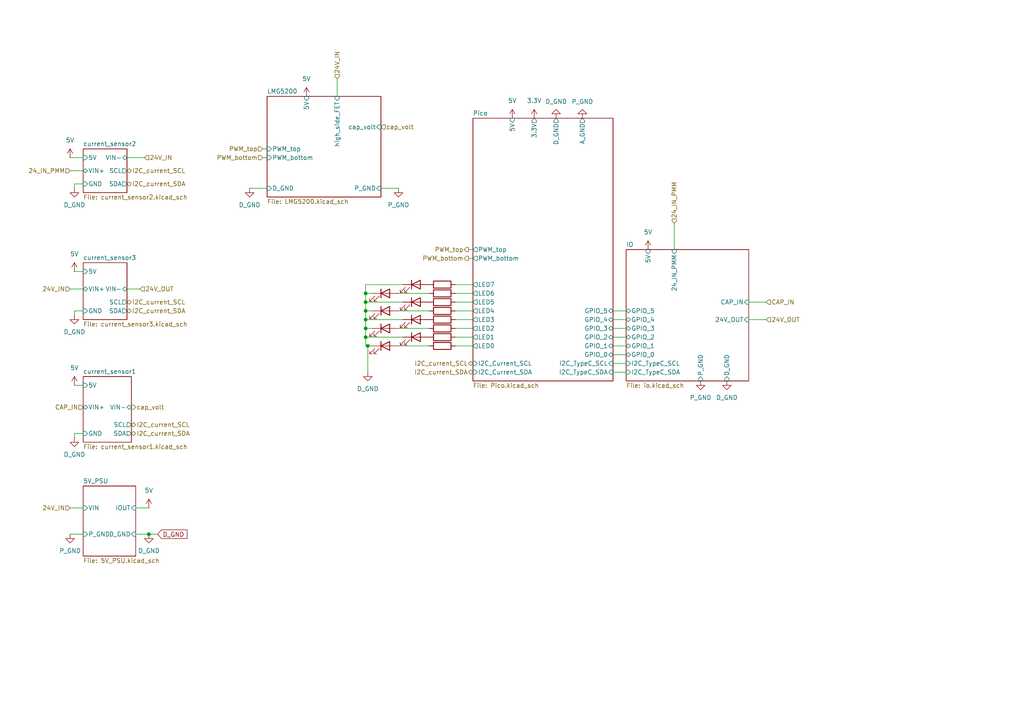
<source format=kicad_sch>
(kicad_sch (version 20231120) (generator "eeschema") (generator_version "8.0")
  (paper "A4")
  (lib_symbols
    (symbol "Device:LED" (pin_numbers hide) (pin_names (offset 1.016) hide)
      (property "Reference" "D" (at 0 2.54 0))
      (property "Value" "LED" (at 0 -2.54 0))
      (symbol "LED_0_1"
        (polyline (pts (xy -1.27 -1.27) (xy -1.27 1.27)) (stroke (width 0.254)))
        (polyline (pts (xy -1.27 0) (xy 1.27 0)))
        (polyline (pts (xy 1.27 -1.27) (xy 1.27 1.27) (xy -1.27 0) (xy 1.27 -1.27)) (stroke (width 0.254)))
        (polyline (pts (xy -3.048 -0.762) (xy -4.572 -2.286) (xy -3.81 -2.286) (xy -4.572 -2.286) (xy -4.572 -1.524)))
        (polyline (pts (xy -1.778 -0.762) (xy -3.302 -2.286) (xy -2.54 -2.286) (xy -3.302 -2.286) (xy -3.302 -1.524)))
      )
      (symbol "LED_1_1"
        (pin passive line (at -3.81 0 0) (length 2.54) (name "K") (number "1"))
        (pin passive line (at 3.81 0 180) (length 2.54) (name "A") (number "2"))
      )
    )
    (symbol "Device:R" (pin_numbers hide) (pin_names (offset 0))
      (property "Reference" "R" (at 2.032 0 90))
      (property "Value" "R" (at 0 0 90))
      (symbol "R_0_1"
        (rectangle (start -1.016 -2.54) (end 1.016 2.54) (stroke (width 0.254)))
      )
      (symbol "R_1_1"
        (pin passive line (at 0 3.81 270) (length 1.27) (name "~") (number "1"))
        (pin passive line (at 0 -3.81 90) (length 1.27) (name "~") (number "2"))
      )
    )
    (symbol "power:GND" (power) (pin_numbers hide) (pin_names (offset 0) hide)
      (property "Value" "GND" (at 0 -3.81 0))
      (symbol "GND_0_1"
        (polyline (pts (xy 0 0) (xy 0 -1.27) (xy 1.27 -1.27) (xy 0 -2.54) (xy -1.27 -1.27) (xy 0 -1.27)))
      )
      (symbol "GND_1_1"
        (pin power_in line (at 0 0 270) (length 0) (name "~") (number "1"))
      )
    )
    (symbol "power:VCC" (power) (pin_numbers hide) (pin_names (offset 0) hide)
      (property "Value" "VCC" (at 0 3.556 0))
      (symbol "VCC_0_1"
        (polyline (pts (xy -0.762 1.27) (xy 0 2.54)))
        (polyline (pts (xy 0 0) (xy 0 2.54)))
        (polyline (pts (xy 0 2.54) (xy 0.762 1.27)))
      )
      (symbol "VCC_1_1"
        (pin power_in line (at 0 0 90) (length 0) (name "~") (number "1"))
      )
    )
  )
  (junction (at 43.18 154.94))
  (junction (at 106.68 100.33))
  (junction (at 106.045 87.63))
  (junction (at 106.045 85.09))
  (junction (at 106.045 95.25))
  (junction (at 106.045 97.79))
  (junction (at 106.045 90.17))
  (junction (at 106.045 92.71))
  (wire (pts (xy 106.045 100.33) (xy 106.68 100.33)))
  (wire (pts (xy 106.045 92.71) (xy 106.045 95.25)))
  (wire (pts (xy 135.89 74.93) (xy 137.16 74.93)))
  (wire (pts (xy 177.8 95.25) (xy 181.61 95.25)))
  (wire (pts (xy 20.32 154.94) (xy 24.13 154.94)))
  (wire (pts (xy 177.8 102.87) (xy 181.61 102.87)))
  (wire (pts (xy 106.045 90.17) (xy 106.045 92.71)))
  (wire (pts (xy 20.32 49.53) (xy 24.13 49.53)))
  (wire (pts (xy 106.045 82.55) (xy 106.045 85.09)))
  (wire (pts (xy 21.59 53.34) (xy 21.59 54.61)))
  (wire (pts (xy 132.08 100.33) (xy 137.16 100.33)))
  (wire (pts (xy 217.17 87.63) (xy 222.25 87.63)))
  (wire (pts (xy 76.2 45.72) (xy 77.47 45.72)))
  (wire (pts (xy 21.59 111.76) (xy 24.13 111.76)))
  (wire (pts (xy 106.045 87.63) (xy 106.045 90.17)))
  (wire (pts (xy 106.045 97.79) (xy 106.045 100.33)))
  (wire (pts (xy 106.045 92.71) (xy 116.84 92.71)))
  (wire (pts (xy 76.2 43.18) (xy 77.47 43.18)))
  (wire (pts (xy 39.37 147.32) (xy 43.18 147.32)))
  (wire (pts (xy 177.8 100.33) (xy 181.61 100.33)))
  (wire (pts (xy 217.17 92.71) (xy 222.25 92.71)))
  (wire (pts (xy 110.49 54.61) (xy 115.57 54.61)))
  (wire (pts (xy 39.37 154.94) (xy 43.18 154.94)))
  (wire (pts (xy 36.83 83.82) (xy 40.64 83.82)))
  (wire (pts (xy 177.8 105.41) (xy 181.61 105.41)))
  (wire (pts (xy 43.18 154.94) (xy 45.72 154.94)))
  (wire (pts (xy 72.39 54.61) (xy 77.47 54.61)))
  (wire (pts (xy 21.59 125.73) (xy 21.59 127)))
  (wire (pts (xy 106.045 90.17) (xy 107.95 90.17)))
  (wire (pts (xy 135.89 72.39) (xy 137.16 72.39)))
  (wire (pts (xy 115.57 100.33) (xy 124.46 100.33)))
  (wire (pts (xy 132.08 82.55) (xy 137.16 82.55)))
  (wire (pts (xy 177.8 107.95) (xy 181.61 107.95)))
  (wire (pts (xy 21.59 78.74) (xy 24.13 78.74)))
  (wire (pts (xy 106.045 95.25) (xy 106.045 97.79)))
  (wire (pts (xy 115.57 85.09) (xy 124.46 85.09)))
  (wire (pts (xy 106.045 85.09) (xy 107.95 85.09)))
  (wire (pts (xy 115.57 95.25) (xy 124.46 95.25)))
  (wire (pts (xy 20.32 45.72) (xy 24.13 45.72)))
  (wire (pts (xy 24.13 53.34) (xy 21.59 53.34)))
  (wire (pts (xy 106.045 87.63) (xy 116.84 87.63)))
  (wire (pts (xy 36.83 45.72) (xy 41.91 45.72)))
  (wire (pts (xy 132.08 97.79) (xy 137.16 97.79)))
  (wire (pts (xy 132.08 90.17) (xy 137.16 90.17)))
  (wire (pts (xy 177.8 97.79) (xy 181.61 97.79)))
  (wire (pts (xy 132.08 87.63) (xy 137.16 87.63)))
  (wire (pts (xy 106.045 85.09) (xy 106.045 87.63)))
  (wire (pts (xy 132.08 85.09) (xy 137.16 85.09)))
  (wire (pts (xy 177.8 90.17) (xy 181.61 90.17)))
  (wire (pts (xy 132.08 92.71) (xy 137.16 92.71)))
  (wire (pts (xy 116.84 82.55) (xy 106.045 82.55)))
  (wire (pts (xy 106.68 100.33) (xy 106.68 107.95)))
  (wire (pts (xy 21.59 90.17) (xy 21.59 91.44)))
  (wire (pts (xy 97.79 22.86) (xy 97.79 27.94)))
  (wire (pts (xy 24.13 90.17) (xy 21.59 90.17)))
  (wire (pts (xy 20.32 83.82) (xy 24.13 83.82)))
  (wire (pts (xy 106.045 97.79) (xy 116.84 97.79)))
  (wire (pts (xy 177.8 92.71) (xy 181.61 92.71)))
  (wire (pts (xy 115.57 90.17) (xy 124.46 90.17)))
  (wire (pts (xy 20.32 147.32) (xy 24.13 147.32)))
  (wire (pts (xy 106.68 100.33) (xy 107.95 100.33)))
  (wire (pts (xy 106.045 95.25) (xy 107.95 95.25)))
  (wire (pts (xy 132.08 95.25) (xy 137.16 95.25)))
  (wire (pts (xy 24.13 125.73) (xy 21.59 125.73)))
  (wire (pts (xy 195.58 64.77) (xy 195.58 72.39)))
  (global_label "D_GND" (shape input) (at 45.72 154.94 0) (property "Intersheetrefs" "${INTERSHEET_REFS}" (effects (hide yes))))
  (hierarchical_label "PWM_top" (shape output) (at 135.89 72.39 180))
  (hierarchical_label "CAP_IN" (shape input) (at 222.25 87.63 0))
  (hierarchical_label "24V_IN" (shape input) (at 20.32 83.82 180))
  (hierarchical_label "24V_IN" (shape input) (at 97.79 22.86 90))
  (hierarchical_label "24V_IN" (shape input) (at 41.91 45.72 0))
  (hierarchical_label "I2C_current_SDA" (shape bidirectional) (at 36.83 90.17 0))
  (hierarchical_label "24V_OUT" (shape input) (at 40.64 83.82 0))
  (hierarchical_label "I2C_current_SDA" (shape bidirectional) (at 38.1 125.73 0))
  (hierarchical_label "cap_volt" (shape input) (at 110.49 36.83 0))
  (hierarchical_label "I2C_current_SCL" (shape bidirectional) (at 36.83 87.63 0))
  (hierarchical_label "24V_OUT" (shape input) (at 222.25 92.71 0))
  (hierarchical_label "I2C_current_SCL" (shape bidirectional) (at 36.83 49.53 0))
  (hierarchical_label "24_IN_PMM" (shape input) (at 20.32 49.53 180))
  (hierarchical_label "PWM_bottom" (shape input) (at 76.2 45.72 180))
  (hierarchical_label "CAP_IN" (shape input) (at 24.13 118.11 180))
  (hierarchical_label "I2C_current_SCL" (shape bidirectional) (at 137.16 105.41 180))
  (hierarchical_label "PWM_bottom" (shape output) (at 135.89 74.93 180))
  (hierarchical_label "I2C_current_SDA" (shape bidirectional) (at 137.16 107.95 180))
  (hierarchical_label "24_IN_PMM" (shape input) (at 195.58 64.77 90))
  (hierarchical_label "cap_volt" (shape output) (at 38.1 118.11 0))
  (hierarchical_label "I2C_current_SDA" (shape bidirectional) (at 36.83 53.34 0))
  (hierarchical_label "PWM_top" (shape input) (at 76.2 43.18 180))
  (hierarchical_label "I2C_current_SCL" (shape bidirectional) (at 38.1 123.19 0))
  (hierarchical_label "24V_IN" (shape input) (at 20.32 147.32 180))
  (symbol (lib_id "power:VCC") (at 148.59 34.29 0) (unit 1)
    (property "Reference" "#PWR039" (effects (hide yes)))
    (property "Value" "5V" (at 148.59 29.21 0))
    (property "Description" "Power symbol creates a global label with name \"VCC\"" (effects (hide yes)))
  )
  (symbol (lib_id "power:VCC") (at 21.59 78.74 0) (unit 1)
    (property "Reference" "#PWR050" (effects (hide yes)))
    (property "Value" "5V" (at 21.59 73.66 0))
    (property "Description" "Power symbol creates a global label with name \"VCC\"" (effects (hide yes)))
  )
  (symbol (lib_id "Device:R") (at 128.27 92.71 90) (unit 1)
    (property "Reference" "R19" (effects (hide yes)))
    (property "Value" "R" (effects (hide yes)))
    (property "Footprint" "LED_SMD:LED_0805_2012Metric" (effects (hide yes)))
    (property "Description" "Resistor" (effects (hide yes)))
  )
  (symbol (lib_id "power:GND") (at 43.18 154.94 0) (unit 1)
    (property "Reference" "#PWR034" (effects (hide yes)))
    (property "Value" "D_GND" (at 43.18 159.766 0))
    (property "Description" "Power symbol creates a global label with name \"GND\" , ground" (effects (hide yes)))
  )
  (symbol (lib_id "Device:R") (at 128.27 97.79 90) (unit 1)
    (property "Reference" "R15" (effects (hide yes)))
    (property "Value" "R" (effects (hide yes)))
    (property "Footprint" "LED_SMD:LED_0805_2012Metric" (effects (hide yes)))
    (property "Description" "Resistor" (effects (hide yes)))
  )
  (symbol (lib_id "Device:LED") (at 120.65 97.79 0) (unit 1)
    (property "Reference" "D1" (effects (hide yes)))
    (property "Value" "LED" (effects (hide yes)))
    (property "Footprint" "LED_SMD:LED_0603_1608Metric" (effects (hide yes)))
    (property "Description" "Light emitting diode" (effects (hide yes)))
  )
  (symbol (lib_id "Device:R") (at 128.27 95.25 90) (unit 1)
    (property "Reference" "R18" (effects (hide yes)))
    (property "Value" "R" (effects (hide yes)))
    (property "Footprint" "LED_SMD:LED_0805_2012Metric" (effects (hide yes)))
    (property "Description" "Resistor" (effects (hide yes)))
  )
  (symbol (lib_id "power:GND") (at 21.59 91.44 0) (unit 1)
    (property "Reference" "#PWR011" (effects (hide yes)))
    (property "Value" "D_GND" (at 21.59 96.266 0))
    (property "Description" "Power symbol creates a global label with name \"GND\" , ground" (effects (hide yes)))
  )
  (symbol (lib_id "power:VCC") (at 21.59 111.76 0) (unit 1)
    (property "Reference" "#PWR047" (effects (hide yes)))
    (property "Value" "5V" (at 21.59 106.68 0))
    (property "Description" "Power symbol creates a global label with name \"VCC\"" (effects (hide yes)))
  )
  (symbol (lib_id "power:VCC") (at 43.18 147.32 0) (unit 1)
    (property "Reference" "#PWR032" (effects (hide yes)))
    (property "Value" "5V" (at 43.18 142.24 0))
    (property "Description" "Power symbol creates a global label with name \"VCC\"" (effects (hide yes)))
  )
  (symbol (lib_id "power:GND") (at 21.59 54.61 0) (unit 1)
    (property "Reference" "#PWR09" (effects (hide yes)))
    (property "Value" "D_GND" (at 21.59 59.436 0))
    (property "Description" "Power symbol creates a global label with name \"GND\" , ground" (effects (hide yes)))
  )
  (symbol (lib_id "power:GND") (at 161.29 34.29 180) (unit 1)
    (property "Reference" "#PWR02" (effects (hide yes)))
    (property "Value" "D_GND" (at 161.29 29.464 0))
    (property "Description" "Power symbol creates a global label with name \"GND\" , ground" (effects (hide yes)))
  )
  (symbol (lib_id "power:GND") (at 72.39 54.61 0) (unit 1)
    (property "Reference" "#PWR028" (effects (hide yes)))
    (property "Value" "D_GND" (at 72.39 59.436 0))
    (property "Description" "Power symbol creates a global label with name \"GND\" , ground" (effects (hide yes)))
  )
  (symbol (lib_id "Device:R") (at 128.27 100.33 90) (unit 1)
    (property "Reference" "R1" (effects (hide yes)))
    (property "Value" "R" (effects (hide yes)))
    (property "Footprint" "LED_SMD:LED_0805_2012Metric" (effects (hide yes)))
    (property "Description" "Resistor" (effects (hide yes)))
  )
  (symbol (lib_id "power:GND") (at 168.91 34.29 180) (unit 1)
    (property "Reference" "#PWR03" (effects (hide yes)))
    (property "Value" "P_GND" (at 168.91 29.464 0))
    (property "Description" "Power symbol creates a global label with name \"GND\" , ground" (effects (hide yes)))
  )
  (symbol (lib_id "power:VCC") (at 187.96 72.39 0) (unit 1)
    (property "Reference" "#PWR036" (effects (hide yes)))
    (property "Value" "5V" (at 187.96 67.31 0))
    (property "Description" "Power symbol creates a global label with name \"VCC\"" (effects (hide yes)))
  )
  (symbol (lib_id "Device:R") (at 128.27 85.09 90) (unit 1)
    (property "Reference" "R22" (effects (hide yes)))
    (property "Value" "R" (effects (hide yes)))
    (property "Footprint" "LED_SMD:LED_0805_2012Metric" (effects (hide yes)))
    (property "Description" "Resistor" (effects (hide yes)))
  )
  (symbol (lib_id "Device:LED") (at 111.76 95.25 0) (unit 1)
    (property "Reference" "D3" (effects (hide yes)))
    (property "Value" "LED" (effects (hide yes)))
    (property "Footprint" "LED_SMD:LED_0603_1608Metric" (effects (hide yes)))
    (property "Description" "Light emitting diode" (effects (hide yes)))
  )
  (symbol (lib_id "power:GND") (at 203.2 110.49 0) (unit 1)
    (property "Reference" "#PWR038" (effects (hide yes)))
    (property "Value" "P_GND" (at 203.2 115.316 0))
    (property "Description" "Power symbol creates a global label with name \"GND\" , ground" (effects (hide yes)))
  )
  (symbol (lib_id "Device:R") (at 128.27 90.17 90) (unit 1)
    (property "Reference" "R20" (effects (hide yes)))
    (property "Value" "R" (effects (hide yes)))
    (property "Footprint" "LED_SMD:LED_0805_2012Metric" (effects (hide yes)))
    (property "Description" "Resistor" (effects (hide yes)))
  )
  (symbol (lib_id "power:VCC") (at 88.9 27.94 0) (unit 1)
    (property "Reference" "#PWR043" (effects (hide yes)))
    (property "Value" "5V" (at 88.9 22.86 0))
    (property "Description" "Power symbol creates a global label with name \"VCC\"" (effects (hide yes)))
  )
  (symbol (lib_id "power:VCC") (at 20.32 45.72 0) (unit 1)
    (property "Reference" "#PWR051" (effects (hide yes)))
    (property "Value" "5V" (at 20.32 40.64 0))
    (property "Description" "Power symbol creates a global label with name \"VCC\"" (effects (hide yes)))
  )
  (symbol (lib_id "Device:R") (at 128.27 82.55 90) (unit 1)
    (property "Reference" "R23" (effects (hide yes)))
    (property "Value" "110" (effects (hide yes)))
    (property "Footprint" "LED_SMD:LED_0805_2012Metric" (effects (hide yes)))
    (property "Description" "Resistor" (effects (hide yes)))
  )
  (symbol (lib_id "power:GND") (at 210.82 110.49 0) (unit 1)
    (property "Reference" "#PWR030" (effects (hide yes)))
    (property "Value" "D_GND" (at 210.82 115.316 0))
    (property "Description" "Power symbol creates a global label with name \"GND\" , ground" (effects (hide yes)))
  )
  (symbol (lib_id "Device:R") (at 128.27 87.63 90) (unit 1)
    (property "Reference" "R21" (effects (hide yes)))
    (property "Value" "R" (effects (hide yes)))
    (property "Footprint" "LED_SMD:LED_0805_2012Metric" (effects (hide yes)))
    (property "Description" "Resistor" (effects (hide yes)))
  )
  (symbol (lib_id "power:GND") (at 20.32 154.94 0) (unit 1)
    (property "Reference" "#PWR019" (effects (hide yes)))
    (property "Value" "P_GND" (at 20.32 159.766 0))
    (property "Description" "Power symbol creates a global label with name \"GND\" , ground" (effects (hide yes)))
  )
  (symbol (lib_id "power:GND") (at 106.68 107.95 0) (unit 1)
    (property "Reference" "#PWR029" (effects (hide yes)))
    (property "Value" "D_GND" (at 106.68 112.776 0))
    (property "Description" "Power symbol creates a global label with name \"GND\" , ground" (effects (hide yes)))
  )
  (symbol (lib_id "Device:LED") (at 111.76 90.17 0) (unit 1)
    (property "Reference" "D5" (effects (hide yes)))
    (property "Value" "LED" (effects (hide yes)))
    (property "Footprint" "LED_SMD:LED_0603_1608Metric" (effects (hide yes)))
    (property "Description" "Light emitting diode" (effects (hide yes)))
  )
  (symbol (lib_id "Device:LED") (at 120.65 92.71 0) (unit 1)
    (property "Reference" "D4" (effects (hide yes)))
    (property "Value" "LED" (effects (hide yes)))
    (property "Footprint" "LED_SMD:LED_0603_1608Metric" (effects (hide yes)))
    (property "Description" "Light emitting diode" (effects (hide yes)))
  )
  (symbol (lib_id "Device:LED") (at 120.65 87.63 0) (unit 1)
    (property "Reference" "D6" (effects (hide yes)))
    (property "Value" "LED" (effects (hide yes)))
    (property "Footprint" "LED_SMD:LED_0603_1608Metric" (effects (hide yes)))
    (property "Description" "Light emitting diode" (effects (hide yes)))
  )
  (symbol (lib_id "power:VCC") (at 154.94 34.29 0) (unit 1)
    (property "Reference" "#PWR040" (effects (hide yes)))
    (property "Value" "3.3V" (at 154.94 29.21 0))
    (property "Description" "Power symbol creates a global label with name \"VCC\"" (effects (hide yes)))
  )
  (symbol (lib_id "Device:LED") (at 120.65 82.55 0) (unit 1)
    (property "Reference" "D8" (effects (hide yes)))
    (property "Value" "LED" (effects (hide yes)))
    (property "Footprint" "LED_SMD:LED_0603_1608Metric" (effects (hide yes)))
    (property "Description" "Light emitting diode" (effects (hide yes)))
  )
  (symbol (lib_id "Device:LED") (at 111.76 100.33 0) (unit 1)
    (property "Reference" "D2" (effects (hide yes)))
    (property "Value" "LED" (effects (hide yes)))
    (property "Footprint" "LED_SMD:LED_0603_1608Metric" (effects (hide yes)))
    (property "Description" "Light emitting diode" (effects (hide yes)))
  )
  (symbol (lib_id "power:GND") (at 21.59 127 0) (unit 1)
    (property "Reference" "#PWR013" (effects (hide yes)))
    (property "Value" "D_GND" (at 21.59 131.826 0))
    (property "Description" "Power symbol creates a global label with name \"GND\" , ground" (effects (hide yes)))
  )
  (symbol (lib_id "power:GND") (at 115.57 54.61 0) (unit 1)
    (property "Reference" "#PWR042" (effects (hide yes)))
    (property "Value" "P_GND" (at 115.57 59.436 0))
    (property "Description" "Power symbol creates a global label with name \"GND\" , ground" (effects (hide yes)))
  )
  (symbol (lib_id "Device:LED") (at 111.76 85.09 0) (unit 1)
    (property "Reference" "D7" (effects (hide yes)))
    (property "Value" "LED" (effects (hide yes)))
    (property "Footprint" "LED_SMD:LED_0603_1608Metric" (effects (hide yes)))
    (property "Description" "Light emitting diode" (effects (hide yes)))
  )
  (sheet (at 24.13 109.22) (size 13.97 19.05) (stroke (width 0.1524))
    (property "Sheetname" "current_sensor1" (at 24.13 108.5084 0) (effects (justify left bottom)))
    (property "Sheetfile" "current_sensor1.kicad_sch" (at 24.13 128.8546 0) (effects (justify left top)))
    (pin "GND" input (at 24.13 125.73 180))
    (pin "VIN+" bidirectional (at 24.13 118.11 180))
    (pin "VIN-" bidirectional (at 38.1 118.11 0))
    (pin "SCL" output (at 38.1 123.19 0))
    (pin "SDA" output (at 38.1 125.73 0))
    (pin "5V" input (at 24.13 111.76 180))
  )
  (sheet (at 137.16 34.29) (size 40.64 76.2) (stroke (width 0.1524))
    (property "Sheetname" "Pico" (at 137.16 33.5784 0) (effects (justify left bottom)))
    (property "Sheetfile" "Pico.kicad_sch" (at 137.16 111.0746 0) (effects (justify left top)))
    (pin "3.3V" output (at 154.94 34.29 90))
    (pin "5V" input (at 148.59 34.29 90))
    (pin "PWM_bottom" output (at 137.16 74.93 180))
    (pin "LED0" output (at 137.16 100.33 180))
    (pin "I2C_Current_SCL" input (at 137.16 105.41 180))
    (pin "I2C_Current_SDA" input (at 137.16 107.95 180))
    (pin "PWM_top" output (at 137.16 72.39 180))
    (pin "LED1" output (at 137.16 97.79 180))
    (pin "GPIO_0" bidirectional (at 177.8 102.87 0))
    (pin "LED7" output (at 137.16 82.55 180))
    (pin "I2C_TypeC_SDA" input (at 177.8 107.95 0))
    (pin "I2C_TypeC_SCL" input (at 177.8 105.41 0))
    (pin "GPIO_2" bidirectional (at 177.8 97.79 0))
    (pin "LED3" output (at 137.16 92.71 180))
    (pin "GPIO_3" bidirectional (at 177.8 95.25 0))
    (pin "GPIO_1" bidirectional (at 177.8 100.33 0))
    (pin "LED2" output (at 137.16 95.25 180))
    (pin "GPIO_4" bidirectional (at 177.8 92.71 0))
    (pin "GPIO_5" bidirectional (at 177.8 90.17 0))
    (pin "LED5" output (at 137.16 87.63 180))
    (pin "LED4" output (at 137.16 90.17 180))
    (pin "LED6" output (at 137.16 85.09 180))
    (pin "D_GND" output (at 161.29 34.29 90))
    (pin "A_GND" output (at 168.91 34.29 90))
  )
  (sheet (at 77.47 27.94) (size 33.02 29.21) (stroke (width 0.1524))
    (property "Sheetname" "LMG5200" (at 77.47 27.2284 0) (effects (justify left bottom)))
    (property "Sheetfile" "LMG5200.kicad_sch" (at 77.47 57.7346 0) (effects (justify left top)))
    (pin "5V" input (at 88.9 27.94 90))
    (pin "high_side_FET" input (at 97.79 27.94 90))
    (pin "PWM_bottom" input (at 77.47 45.72 180))
    (pin "PWM_top" input (at 77.47 43.18 180))
    (pin "cap_volt" input (at 110.49 36.83 0))
    (pin "D_GND" input (at 77.47 54.61 180))
    (pin "P_GND" input (at 110.49 54.61 0))
  )
  (sheet (at 181.61 72.39) (size 35.56 38.1) (stroke (width 0.1524))
    (property "Sheetname" "IO" (at 181.61 71.6784 0) (effects (justify left bottom)))
    (property "Sheetfile" "io.kicad_sch" (at 181.61 111.0746 0) (effects (justify left top)))
    (pin "I2C_TypeC_SCL" input (at 181.61 105.41 180))
    (pin "I2C_TypeC_SDA" input (at 181.61 107.95 180))
    (pin "GPIO_0" bidirectional (at 181.61 102.87 180))
    (pin "GPIO_1" bidirectional (at 181.61 100.33 180))
    (pin "GPIO_5" bidirectional (at 181.61 90.17 180))
    (pin "GPIO_4" bidirectional (at 181.61 92.71 180))
    (pin "GPIO_2" bidirectional (at 181.61 97.79 180))
    (pin "GPIO_3" bidirectional (at 181.61 95.25 180))
    (pin "5V" input (at 187.96 72.39 90))
    (pin "24V_OUT" input (at 217.17 92.71 0))
    (pin "CAP_IN" input (at 217.17 87.63 0))
    (pin "24_IN_PMM" input (at 195.58 72.39 90))
    (pin "P_GND" input (at 203.2 110.49 270))
    (pin "D_GND" input (at 210.82 110.49 270))
  )
  (sheet (at 24.13 43.18) (size 12.7 12.7) (stroke (width 0.1524))
    (property "Sheetname" "current_sensor2" (at 24.13 42.4684 0) (effects (justify left bottom)))
    (property "Sheetfile" "current_sensor2.kicad_sch" (at 24.13 56.4646 0) (effects (justify left top)))
    (pin "VIN+" bidirectional (at 24.13 49.53 180))
    (pin "VIN-" bidirectional (at 36.83 45.72 0))
    (pin "GND" input (at 24.13 53.34 180))
    (pin "SCL" output (at 36.83 49.53 0))
    (pin "SDA" output (at 36.83 53.34 0))
    (pin "5V" input (at 24.13 45.72 180))
  )
  (sheet (at 24.13 140.97) (size 15.24 20.32) (stroke (width 0.1524))
    (property "Sheetname" "5V_PSU" (at 24.13 140.2584 0) (effects (justify left bottom)))
    (property "Sheetfile" "5V_PSU.kicad_sch" (at 24.13 161.8746 0) (effects (justify left top)))
    (pin "VIN" input (at 24.13 147.32 180))
    (pin "P_GND" input (at 24.13 154.94 180))
    (pin "IOUT" input (at 39.37 147.32 0))
    (pin "D_GND" input (at 39.37 154.94 0))
  )
  (sheet (at 24.13 76.2) (size 12.7 16.51) (stroke (width 0.1524))
    (property "Sheetname" "current_sensor3" (at 24.13 75.4884 0) (effects (justify left bottom)))
    (property "Sheetfile" "current_sensor3.kicad_sch" (at 24.13 93.2946 0) (effects (justify left top)))
    (pin "GND" input (at 24.13 90.17 180))
    (pin "VIN-" bidirectional (at 36.83 83.82 0))
    (pin "VIN+" bidirectional (at 24.13 83.82 180))
    (pin "SCL" output (at 36.83 87.63 0))
    (pin "SDA" output (at 36.83 90.17 0))
    (pin "5V" input (at 24.13 78.74 180))
  )
)
</source>
